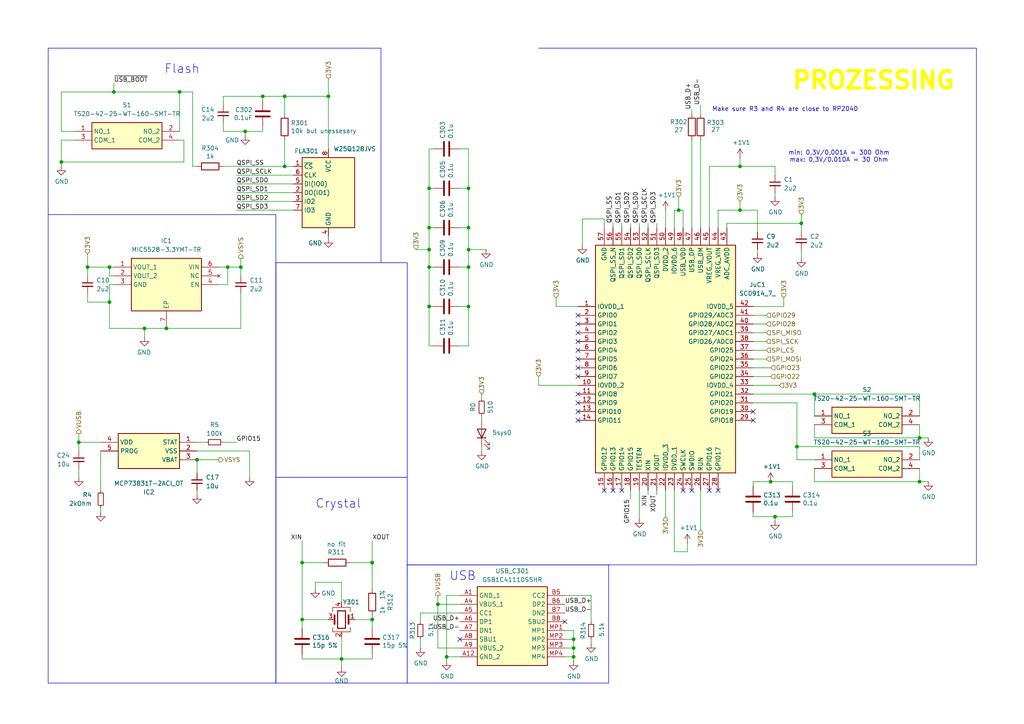
<source format=kicad_sch>
(kicad_sch (version 20231120) (generator "eeschema") (generator_version "8.0")
  (paper "A4")
  (junction (at 57.15 133.35))
  (junction (at 223.52 139.7))
  (junction (at 71.12 38.1))
  (junction (at 135.89 77.47))
  (junction (at 214.63 48.26))
  (junction (at 135.89 66.04))
  (junction (at 124.46 54.61))
  (junction (at 127 175.26))
  (junction (at 266.7 127))
  (junction (at 17.78 46.99))
  (junction (at 31.75 77.47))
  (junction (at 69.85 77.47))
  (junction (at 87.63 179.705))
  (junction (at 129.54 190.5))
  (junction (at 66.04 77.47))
  (junction (at 31.75 87.63))
  (junction (at 76.2 27.94))
  (junction (at 107.95 179.705))
  (junction (at 231.14 129.54))
  (junction (at 224.79 149.86))
  (junction (at 52.07 26.67))
  (junction (at 82.55 27.94))
  (junction (at 124.46 88.9))
  (junction (at 82.55 48.26))
  (junction (at 124.46 77.47))
  (junction (at 22.86 128.27))
  (junction (at 135.89 88.9))
  (junction (at 33.02 26.67))
  (junction (at 124.46 66.04))
  (junction (at 232.41 64.77))
  (junction (at 99.06 191.135))
  (junction (at 25.4 77.47))
  (junction (at 135.89 72.39))
  (junction (at 196.85 60.96))
  (junction (at 48.26 95.25))
  (junction (at 95.25 27.94))
  (junction (at 214.63 60.96))
  (junction (at 124.46 72.39))
  (junction (at 87.63 163.195))
  (junction (at 236.22 114.3))
  (junction (at 41.91 95.25))
  (junction (at 107.95 163.195))
  (junction (at 266.7 139.7))
  (junction (at 166.37 190.5))
  (junction (at 166.37 187.96))
  (junction (at 166.37 185.42))
  (junction (at 135.89 54.61))
  (no_connect (at 218.44 121.92))
  (no_connect (at 175.26 142.24))
  (no_connect (at 167.64 114.3))
  (no_connect (at 167.64 116.84))
  (no_connect (at 167.64 121.92))
  (no_connect (at 167.64 106.68))
  (no_connect (at 200.66 142.24))
  (no_connect (at 167.64 104.14))
  (no_connect (at 208.28 142.24))
  (no_connect (at 167.64 91.44))
  (no_connect (at 133.35 185.42))
  (no_connect (at 198.12 142.24))
  (no_connect (at 167.64 119.38))
  (no_connect (at 163.83 180.34))
  (no_connect (at 177.8 142.24))
  (no_connect (at 167.64 101.6))
  (no_connect (at 180.34 142.24))
  (no_connect (at 167.64 96.52))
  (no_connect (at 167.64 99.06))
  (no_connect (at 167.64 109.22))
  (no_connect (at 167.64 93.98))
  (no_connect (at 205.74 142.24))
  (no_connect (at 218.44 119.38))
  (wire (pts (xy 163.83 190.5) (xy 166.37 190.5)))
  (wire (pts (xy 121.92 187.96) (xy 121.92 185.42)))
  (wire (pts (xy 210.82 64.77) (xy 210.82 66.04)))
  (wire (pts (xy 29.21 142.24) (xy 29.21 130.81)))
  (wire (pts (xy 236.22 139.7) (xy 266.7 139.7)))
  (polyline (pts (xy 110.49 13.97) (xy 110.49 76.2)))
  (wire (pts (xy 133.35 190.5) (xy 129.54 190.5)))
  (wire (pts (xy 166.37 187.96) (xy 166.37 185.42)))
  (wire (pts (xy 87.63 179.705) (xy 87.63 182.245)))
  (wire (pts (xy 168.91 63.5) (xy 168.91 71.12)))
  (wire (pts (xy 190.5 64.77) (xy 190.5 66.04)))
  (wire (pts (xy 129.54 191.77) (xy 129.54 190.5)))
  (wire (pts (xy 205.74 48.26) (xy 205.74 66.04)))
  (wire (pts (xy 185.42 64.77) (xy 185.42 66.04)))
  (wire (pts (xy 218.44 139.7) (xy 223.52 139.7)))
  (wire (pts (xy 223.52 106.68) (xy 218.44 106.68)))
  (wire (pts (xy 195.58 142.24) (xy 195.58 160.02)))
  (wire (pts (xy 219.71 60.96) (xy 219.71 67.31)))
  (wire (pts (xy 82.55 48.26) (xy 85.09 48.26)))
  (wire (pts (xy 125.73 100.33) (xy 124.46 100.33)))
  (wire (pts (xy 99.06 168.91) (xy 91.44 168.91)))
  (wire (pts (xy 219.71 72.39) (xy 219.71 73.66)))
  (wire (pts (xy 166.37 190.5) (xy 166.37 187.96)))
  (wire (pts (xy 31.75 82.55) (xy 33.02 82.55)))
  (wire (pts (xy 124.46 72.39) (xy 124.46 77.47)))
  (wire (pts (xy 193.04 60.96) (xy 193.04 66.04)))
  (wire (pts (xy 231.14 116.84) (xy 231.14 129.54)))
  (wire (pts (xy 208.28 60.96) (xy 214.63 60.96)))
  (wire (pts (xy 87.63 191.135) (xy 99.06 191.135)))
  (wire (pts (xy 163.83 185.42) (xy 166.37 185.42)))
  (wire (pts (xy 21.59 38.1) (xy 17.78 38.1)))
  (wire (pts (xy 266.7 139.7) (xy 269.24 139.7)))
  (wire (pts (xy 266.7 135.89) (xy 266.7 139.7)))
  (wire (pts (xy 218.44 114.3) (xy 236.22 114.3)))
  (wire (pts (xy 232.41 72.39) (xy 232.41 74.93)))
  (wire (pts (xy 99.06 191.135) (xy 107.95 191.135)))
  (wire (pts (xy 232.41 64.77) (xy 232.41 67.31)))
  (wire (pts (xy 72.39 130.81) (xy 57.15 130.81)))
  (wire (pts (xy 139.7 130.81) (xy 139.7 129.54)))
  (wire (pts (xy 87.63 163.195) (xy 87.63 179.705)))
  (wire (pts (xy 156.21 111.76) (xy 167.64 111.76)))
  (wire (pts (xy 17.78 26.67) (xy 33.02 26.67)))
  (wire (pts (xy 76.2 29.21) (xy 76.2 27.94)))
  (wire (pts (xy 266.7 127) (xy 266.7 123.19)))
  (wire (pts (xy 17.78 40.64) (xy 17.78 46.99)))
  (wire (pts (xy 107.95 191.135) (xy 107.95 189.865)))
  (wire (pts (xy 95.25 27.94) (xy 95.25 43.18)))
  (wire (pts (xy 29.21 147.32) (xy 29.21 148.59)))
  (wire (pts (xy 222.25 101.6) (xy 218.44 101.6)))
  (wire (pts (xy 22.86 128.27) (xy 22.86 130.81)))
  (wire (pts (xy 133.35 54.61) (xy 135.89 54.61)))
  (wire (pts (xy 214.63 58.42) (xy 214.63 60.96)))
  (wire (pts (xy 133.35 43.18) (xy 135.89 43.18)))
  (wire (pts (xy 129.54 172.72) (xy 133.35 172.72)))
  (wire (pts (xy 161.29 88.9) (xy 167.64 88.9)))
  (wire (pts (xy 135.89 66.04) (xy 135.89 54.61)))
  (wire (pts (xy 107.95 179.705) (xy 107.95 182.245)))
  (wire (pts (xy 57.15 133.35) (xy 63.5 133.35)))
  (wire (pts (xy 135.89 72.39) (xy 140.97 72.39)))
  (wire (pts (xy 231.14 129.54) (xy 231.14 133.35)))
  (wire (pts (xy 229.87 140.97) (xy 229.87 139.7)))
  (wire (pts (xy 135.89 72.39) (xy 135.89 66.04)))
  (polyline (pts (xy 156.21 13.97) (xy 283.21 13.97)))
  (wire (pts (xy 135.89 72.39) (xy 135.89 77.47)))
  (wire (pts (xy 127 175.26) (xy 133.35 175.26)))
  (wire (pts (xy 214.63 48.26) (xy 224.79 48.26)))
  (wire (pts (xy 218.44 116.84) (xy 231.14 116.84)))
  (wire (pts (xy 224.79 149.86) (xy 229.87 149.86)))
  (wire (pts (xy 166.37 191.77) (xy 166.37 190.5)))
  (wire (pts (xy 185.42 150.495) (xy 185.42 142.24)))
  (wire (pts (xy 177.8 64.77) (xy 177.8 66.04)))
  (wire (pts (xy 203.2 40.64) (xy 203.2 66.04)))
  (wire (pts (xy 266.7 129.54) (xy 266.7 133.35)))
  (wire (pts (xy 33.02 24.13) (xy 33.02 26.67)))
  (wire (pts (xy 69.85 95.25) (xy 48.26 95.25)))
  (wire (pts (xy 85.09 60.96) (xy 68.58 60.96)))
  (wire (pts (xy 124.46 66.04) (xy 124.46 72.39)))
  (wire (pts (xy 107.95 170.815) (xy 107.95 163.195)))
  (wire (pts (xy 203.2 142.24) (xy 203.2 153.67)))
  (wire (pts (xy 82.55 27.94) (xy 95.25 27.94)))
  (wire (pts (xy 133.35 100.33) (xy 135.89 100.33)))
  (wire (pts (xy 222.25 104.14) (xy 218.44 104.14)))
  (wire (pts (xy 156.21 109.22) (xy 156.21 111.76)))
  (wire (pts (xy 25.4 73.66) (xy 25.4 77.47)))
  (wire (pts (xy 127 172.72) (xy 127 175.26)))
  (wire (pts (xy 69.85 85.09) (xy 69.85 95.25)))
  (wire (pts (xy 31.75 82.55) (xy 31.75 87.63)))
  (wire (pts (xy 48.26 95.25) (xy 41.91 95.25)))
  (wire (pts (xy 22.86 128.27) (xy 29.21 128.27)))
  (wire (pts (xy 269.24 127) (xy 266.7 127)))
  (wire (pts (xy 200.66 31.75) (xy 200.66 33.02)))
  (wire (pts (xy 125.73 88.9) (xy 124.46 88.9)))
  (wire (pts (xy 55.88 48.26) (xy 57.15 48.26)))
  (wire (pts (xy 85.09 53.34) (xy 68.58 53.34)))
  (wire (pts (xy 99.06 193.675) (xy 99.06 191.135)))
  (wire (pts (xy 25.4 77.47) (xy 31.75 77.47)))
  (wire (pts (xy 124.46 54.61) (xy 124.46 43.18)))
  (wire (pts (xy 66.04 77.47) (xy 69.85 77.47)))
  (wire (pts (xy 135.89 77.47) (xy 135.89 88.9)))
  (wire (pts (xy 227.33 88.9) (xy 218.44 88.9)))
  (wire (pts (xy 231.14 129.54) (xy 266.7 129.54)))
  (wire (pts (xy 64.77 35.56) (xy 64.77 38.1)))
  (wire (pts (xy 166.37 182.88) (xy 163.83 182.88)))
  (wire (pts (xy 66.04 82.55) (xy 66.04 77.47)))
  (wire (pts (xy 17.78 40.64) (xy 21.59 40.64)))
  (wire (pts (xy 53.34 46.99) (xy 17.78 46.99)))
  (wire (pts (xy 87.63 156.845) (xy 87.63 163.195)))
  (wire (pts (xy 133.35 66.04) (xy 135.89 66.04)))
  (wire (pts (xy 102.87 179.705) (xy 107.95 179.705)))
  (wire (pts (xy 127 187.96) (xy 133.35 187.96)))
  (wire (pts (xy 224.79 55.88) (xy 224.79 57.15)))
  (wire (pts (xy 187.96 142.24) (xy 187.96 143.51)))
  (wire (pts (xy 182.88 64.77) (xy 182.88 66.04)))
  (wire (pts (xy 31.75 80.01) (xy 33.02 80.01)))
  (wire (pts (xy 72.39 138.43) (xy 72.39 130.81)))
  (wire (pts (xy 82.55 33.02) (xy 82.55 27.94)))
  (wire (pts (xy 229.87 149.86) (xy 229.87 148.59)))
  (wire (pts (xy 68.58 128.27) (xy 64.77 128.27)))
  (polyline (pts (xy 283.21 13.97) (xy 283.21 163.83)))
  (wire (pts (xy 210.82 64.77) (xy 232.41 64.77)))
  (wire (pts (xy 166.37 185.42) (xy 166.37 182.88)))
  (wire (pts (xy 57.15 128.27) (xy 59.69 128.27)))
  (wire (pts (xy 135.89 54.61) (xy 135.89 43.18)))
  (wire (pts (xy 87.63 191.135) (xy 87.63 189.865)))
  (wire (pts (xy 214.63 60.96) (xy 219.71 60.96)))
  (wire (pts (xy 195.58 60.96) (xy 196.85 60.96)))
  (wire (pts (xy 76.2 38.1) (xy 76.2 36.83)))
  (wire (pts (xy 33.02 26.67) (xy 52.07 26.67)))
  (wire (pts (xy 125.73 54.61) (xy 124.46 54.61)))
  (polyline (pts (xy 13.97 13.97) (xy 110.49 13.97)))
  (wire (pts (xy 196.85 57.15) (xy 196.85 60.96)))
  (wire (pts (xy 71.12 38.1) (xy 76.2 38.1)))
  (wire (pts (xy 195.58 160.02) (xy 199.39 160.02)))
  (wire (pts (xy 224.79 48.26) (xy 224.79 50.8)))
  (wire (pts (xy 171.45 172.72) (xy 171.45 180.34)))
  (polyline (pts (xy 13.97 62.23) (xy 13.97 13.97)))
  (wire (pts (xy 222.25 99.06) (xy 218.44 99.06)))
  (wire (pts (xy 31.75 87.63) (xy 25.4 87.63)))
  (wire (pts (xy 163.83 187.96) (xy 166.37 187.96)))
  (wire (pts (xy 64.77 48.26) (xy 82.55 48.26)))
  (wire (pts (xy 168.91 63.5) (xy 175.26 63.5)))
  (wire (pts (xy 64.77 27.94) (xy 64.77 30.48)))
  (wire (pts (xy 95.25 69.215) (xy 95.25 68.58)))
  (wire (pts (xy 200.66 40.64) (xy 200.66 66.04)))
  (wire (pts (xy 125.73 66.04) (xy 124.46 66.04)))
  (wire (pts (xy 223.52 139.7) (xy 229.87 139.7)))
  (wire (pts (xy 63.5 77.47) (xy 66.04 77.47)))
  (wire (pts (xy 208.28 60.96) (xy 208.28 66.04)))
  (wire (pts (xy 163.83 172.72) (xy 171.45 172.72)))
  (wire (pts (xy 195.58 60.96) (xy 195.58 66.04)))
  (wire (pts (xy 76.2 27.94) (xy 64.77 27.94)))
  (wire (pts (xy 236.22 123.19) (xy 236.22 127)))
  (wire (pts (xy 133.35 77.47) (xy 135.89 77.47)))
  (wire (pts (xy 57.15 143.51) (xy 57.15 142.24)))
  (wire (pts (xy 231.14 133.35) (xy 236.22 133.35)))
  (wire (pts (xy 63.5 82.55) (xy 66.04 82.55)))
  (wire (pts (xy 218.44 109.22) (xy 223.52 109.22)))
  (wire (pts (xy 161.29 86.36) (xy 161.29 88.9)))
  (wire (pts (xy 227.33 86.36) (xy 227.33 88.9)))
  (wire (pts (xy 125.73 43.18) (xy 124.46 43.18)))
  (wire (pts (xy 124.46 66.04) (xy 124.46 54.61)))
  (wire (pts (xy 129.54 190.5) (xy 129.54 172.72)))
  (wire (pts (xy 41.91 95.25) (xy 41.91 97.79)))
  (wire (pts (xy 182.88 144.78) (xy 182.88 142.24)))
  (wire (pts (xy 69.85 74.93) (xy 69.85 77.47)))
  (wire (pts (xy 55.88 26.67) (xy 52.07 26.67)))
  (wire (pts (xy 125.73 77.47) (xy 124.46 77.47)))
  (wire (pts (xy 232.41 62.23) (xy 232.41 64.77)))
  (wire (pts (xy 139.7 120.65) (xy 139.7 121.92)))
  (wire (pts (xy 71.12 38.1) (xy 71.12 39.37)))
  (wire (pts (xy 17.78 38.1) (xy 17.78 26.67)))
  (wire (pts (xy 107.95 156.845) (xy 107.95 163.195)))
  (wire (pts (xy 218.44 149.86) (xy 224.79 149.86)))
  (wire (pts (xy 31.75 87.63) (xy 31.75 95.25)))
  (wire (pts (xy 214.63 48.26) (xy 214.63 45.72)))
  (wire (pts (xy 218.44 111.76) (xy 226.06 111.76)))
  (wire (pts (xy 64.77 38.1) (xy 71.12 38.1)))
  (wire (pts (xy 187.96 64.77) (xy 187.96 66.04)))
  (wire (pts (xy 236.22 135.89) (xy 236.22 139.7)))
  (wire (pts (xy 218.44 148.59) (xy 218.44 149.86)))
  (wire (pts (xy 236.22 114.3) (xy 266.7 114.3)))
  (wire (pts (xy 22.86 138.43) (xy 22.86 135.89)))
  (wire (pts (xy 107.95 179.705) (xy 107.95 178.435)))
  (wire (pts (xy 53.34 40.64) (xy 53.34 46.99)))
  (wire (pts (xy 85.09 55.88) (xy 68.58 55.88)))
  (wire (pts (xy 199.39 157.48) (xy 199.39 160.02)))
  (wire (pts (xy 41.91 95.25) (xy 31.75 95.25)))
  (wire (pts (xy 135.89 88.9) (xy 135.89 100.33)))
  (wire (pts (xy 107.95 163.195) (xy 101.6 163.195)))
  (wire (pts (xy 93.98 163.195) (xy 87.63 163.195)))
  (wire (pts (xy 55.88 26.67) (xy 55.88 48.26)))
  (wire (pts (xy 99.06 191.135) (xy 99.06 184.785)))
  (wire (pts (xy 85.09 58.42) (xy 68.58 58.42)))
  (wire (pts (xy 171.45 185.42) (xy 171.45 186.69)))
  (wire (pts (xy 133.35 88.9) (xy 135.89 88.9)))
  (wire (pts (xy 222.25 91.44) (xy 218.44 91.44)))
  (wire (pts (xy 222.25 93.98) (xy 218.44 93.98)))
  (wire (pts (xy 76.2 27.94) (xy 82.55 27.94)))
  (wire (pts (xy 193.04 142.24) (xy 193.04 149.86)))
  (wire (pts (xy 25.4 77.47) (xy 25.4 80.01)))
  (wire (pts (xy 95.25 22.86) (xy 95.25 27.94)))
  (wire (pts (xy 91.44 168.91) (xy 91.44 170.815)))
  (wire (pts (xy 222.25 96.52) (xy 218.44 96.52)))
  (wire (pts (xy 120.65 72.39) (xy 124.46 72.39)))
  (wire (pts (xy 57.15 137.16) (xy 57.15 133.35)))
  (wire (pts (xy 99.06 174.625) (xy 99.06 168.91)))
  (wire (pts (xy 190.5 143.51) (xy 190.5 142.24)))
  (wire (pts (xy 198.12 60.96) (xy 198.12 66.04)))
  (wire (pts (xy 218.44 140.97) (xy 218.44 139.7)))
  (wire (pts (xy 139.7 114.3) (xy 139.7 115.57)))
  (wire (pts (xy 203.2 30.48) (xy 203.2 33.02)))
  (wire (pts (xy 25.4 85.09) (xy 25.4 87.63)))
  (wire (pts (xy 121.92 177.8) (xy 121.92 180.34)))
  (wire (pts (xy 127 175.26) (xy 127 187.96)))
  (wire (pts (xy 224.79 149.86) (xy 224.79 151.13)))
  (wire (pts (xy 180.34 64.77) (xy 180.34 66.04)))
  (wire (pts (xy 124.46 88.9) (xy 124.46 77.47)))
  (wire (pts (xy 196.85 60.96) (xy 198.12 60.96)))
  (wire (pts (xy 17.78 48.26) (xy 17.78 46.99)))
  (wire (pts (xy 68.58 50.8) (xy 85.09 50.8)))
  (wire (pts (xy 124.46 100.33) (xy 124.46 88.9)))
  (wire (pts (xy 69.85 77.47) (xy 69.85 80.01)))
  (wire (pts (xy 22.86 125.73) (xy 22.86 128.27)))
  (wire (pts (xy 175.26 63.5) (xy 175.26 66.04)))
  (wire (pts (xy 205.74 48.26) (xy 214.63 48.26)))
  (wire (pts (xy 236.22 127) (xy 266.7 127)))
  (wire (pts (xy 31.75 77.47) (xy 31.75 80.01)))
  (polyline (pts (xy 118.11 163.83) (xy 283.21 163.83)))
  (wire (pts (xy 266.7 114.3) (xy 266.7 120.65)))
  (wire (pts (xy 82.55 40.64) (xy 82.55 48.26)))
  (wire (pts (xy 53.34 40.64) (xy 52.07 40.64)))
  (wire (pts (xy 31.75 77.47) (xy 33.02 77.47)))
  (wire (pts (xy 236.22 114.3) (xy 236.22 120.65)))
  (wire (pts (xy 52.07 26.67) (xy 52.07 38.1)))
  (wire (pts (xy 87.63 179.705) (xy 95.25 179.705)))
  (wire (pts (xy 121.92 177.8) (xy 133.35 177.8)))
  (rectangle (start 80.01 76.2) (end 118.11 138.43))
  (rectangle (start 80.01 138.43) (end 118.11 198.12))
  (rectangle (start 13.97 62.23) (end 80.01 198.12))
  (rectangle (start 118.11 163.83) (end 176.53 198.12))
  (text "min: 0,3V/0,001A = 300 Ohm\nmax: 0,3V/0.010A = 30 Ohm" (at 243.332 45.466 0) (effects (font (size 1.27 1.27))))
  (text "Crystal" (at 91.44 147.701 0) (effects (font (size 2.54 2.54)) (justify left bottom)))
  (text "Flash" (at 47.625 21.59 0) (effects (font (size 2.54 2.54)) (justify left bottom)))
  (text "USB" (at 130.302 168.656 0) (effects (font (size 2.54 2.54)) (justify left bottom)))
  (text "Make sure R3 and R4 are close to RP2040" (at 248.92 32.512 0) (effects (font (size 1.27 1.27)) (justify right bottom)))
  (text "PROZESSING" (at 229.362 26.416 0) (effects (font (size 5 5) (thickness 1) (bold yes)) (justify left bottom)))
  (label "QSPI_SS" (at 177.8 64.77 90))
  (label "USB_D+" (at 133.35 180.34 180))
  (label "QSPI_SD3" (at 68.58 60.96 0))
  (label "XOUT" (at 190.5 143.51 270))
  (label "QSPI_SS" (at 68.58 48.26 0))
  (label "QSPI_SD0" (at 68.58 53.34 0))
  (label "QSPI_SCLK" (at 187.96 64.77 90))
  (label "QSPI_SCLK" (at 68.58 50.8 0))
  (label "XIN" (at 87.63 156.845 180))
  (label "QSPI_SD0" (at 185.42 64.77 90))
  (label "GPIO15" (at 68.58 128.27 0))
  (label "XOUT" (at 107.95 156.845 0))
  (label "USB_D-" (at 203.2 30.48 90))
  (label "~{USB_BOOT}" (at 33.02 24.13 0))
  (label "QSPI_SD1" (at 180.34 64.77 90))
  (label "XIN" (at 187.96 143.51 270))
  (label "USB_D+" (at 163.83 175.26 0))
  (label "GPIO15" (at 182.88 144.78 270))
  (label "QSPI_SD2" (at 182.88 64.77 90))
  (label "USB_D+" (at 200.66 31.75 90))
  (label "USB_D-" (at 163.83 177.8 0))
  (label "QSPI_SD3" (at 190.5 64.77 90))
  (label "USB_D-" (at 133.35 182.88 180))
  (label "QSPI_SD1" (at 68.58 55.88 0))
  (label "QSPI_SD2" (at 68.58 58.42 0))
  (hierarchical_label "SPI_SCK" (shape input) (at 222.25 99.06 0))
  (hierarchical_label "GPIO23" (shape input) (at 223.52 106.68 0))
  (hierarchical_label "3V3" (shape input) (at 95.25 22.86 90))
  (hierarchical_label "3V3" (shape input) (at 226.06 111.76 0))
  (hierarchical_label "3V3" (shape input) (at 161.29 86.36 90))
  (hierarchical_label "3V3" (shape input) (at 227.33 86.36 90))
  (hierarchical_label "VUSB" (shape output) (at 127 172.72 90))
  (hierarchical_label "3V3" (shape input) (at 214.63 58.42 90))
  (hierarchical_label "VSYS" (shape output) (at 69.85 74.93 90))
  (hierarchical_label "3V3" (shape input) (at 232.41 62.23 90))
  (hierarchical_label "GPIO28" (shape input) (at 222.25 93.98 0))
  (hierarchical_label "3V3" (shape input) (at 156.21 109.22 90))
  (hierarchical_label "GPIO22" (shape input) (at 223.52 109.22 0))
  (hierarchical_label "3V3" (shape input) (at 139.7 114.3 90))
  (hierarchical_label "SPI_MOSI" (shape input) (at 222.25 104.14 0))
  (hierarchical_label "3V3" (shape input) (at 25.4 73.66 90))
  (hierarchical_label "SPI_MISO" (shape input) (at 222.25 96.52 0))
  (hierarchical_label "3V3" (shape input) (at 193.04 149.86 270))
  (hierarchical_label "3V3" (shape input) (at 203.2 153.67 270))
  (hierarchical_label "SPI_CS" (shape input) (at 222.25 101.6 0))
  (hierarchical_label "3V3" (shape input) (at 120.65 72.39 90))
  (hierarchical_label "VSYS" (shape output) (at 63.5 133.35 0))
  (hierarchical_label "GPIO29" (shape input) (at 222.25 91.44 0))
  (hierarchical_label "VUSB" (shape output) (at 22.86 125.73 90))
  (hierarchical_label "3V3" (shape input) (at 196.85 57.15 90))
  (symbol (lib_id "SamacSys_Parts:TS20-42-25-WT-160-SMT-TR") (at 236.22 133.35 0) (unit 1)
    (property "Reference" "S3" (at 251.46 125.73 0))
    (property "Value" "TS20-42-25-WT-160-SMT-TR" (at 251.46 128.27 0))
    (property "Footprint" "SamacSys_Parts:TS204225WT160SMTTR" (effects (hide yes)))
    (property "Datasheet" "https://www.cuidevices.com/product/resource/ts20.pdf" (effects (hide yes)))
    (property "Description" "Tactile Switches 4.2 x 3.2 mm, 2.5 mm Actuator Height, 160 gf, White, Surface Mount, TR, SPST, Tactile Switch" (effects (hide yes)))
    (property "Height" "2.7" (effects (hide yes)))
    (property "Mouser Part Number" "179-TS204225WT160SMT" (effects (hide yes)))
    (property "Mouser Price/Stock" "https://www.mouser.co.uk/ProductDetail/CUI-Devices/TS20-42-25-WT-160-SMT-TR?qs=tlsG%2FOw5FFiXbig16X7ymQ%3D%3D" (effects (hide yes)))
    (property "Manufacturer_Name" "CUI Devices" (effects (hide yes)))
    (property "Manufacturer_Part_Number" "TS20-42-25-WT-160-SMT-TR" (effects (hide yes)))
  )
  (symbol (lib_id "SymbolsBalloonv4:GND") (at 185.42 150.495 0) (unit 1)
    (property "Reference" "#PWR0319" (effects (hide yes)))
    (property "Value" "GND" (at 185.547 154.8892 0))
    (property "Description" "Power symbol creates a global label with name \"GND\" , ground" (effects (hide yes)))
  )
  (symbol (lib_id "power:GND") (at 72.39 138.43 0) (unit 1)
    (property "Reference" "#PWR010" (effects (hide yes)))
    (property "Value" "GND" (effects (hide yes)))
  )
  (symbol (lib_id "SamacSys_Parts:MIC5528-3.3YMT-TR") (at 33.02 77.47 0) (unit 1)
    (property "Reference" "IC1" (at 48.26 69.85 0))
    (property "Value" "MIC5528-3.3YMT-TR" (at 48.26 72.39 0))
    (property "Footprint" "SamacSys_Parts:SON40P120X120X60-7N-D" (effects (hide yes)))
    (property "Datasheet" "https://ww1.microchip.com/downloads/en/DeviceDoc/MIC5528-High-Performance-500mA-LDO-in-Thin-and-Extra-Thin-DFN-Packages-DS20005982B.pdf" (effects (hide yes)))
    (property "Description" "Microchip Technology MIC5528-3.3YMT-TR, LDO Voltage Regulator Controller, 500mA, 3.3 V, +/-3% 6-Pin, TDFN" (effects (hide yes)))
    (property "Height" "0.6" (effects (hide yes)))
    (property "Mouser Part Number" "998-MIC5528-3.3YMTTR" (effects (hide yes)))
    (property "Mouser Price/Stock" "https://www.mouser.co.uk/ProductDetail/Microchip-Technology/MIC5528-3.3YMT-TR?qs=U6T8BxXiZAXEO0XtzncCuQ%3D%3D" (effects (hide yes)))
    (property "Manufacturer_Name" "Microchip" (effects (hide yes)))
    (property "Manufacturer_Part_Number" "MIC5528-3.3YMT-TR" (effects (hide yes)))
  )
  (symbol (lib_id "SymbolsBalloonv4:C") (at 129.54 100.33 90) (unit 1)
    (property "Reference" "C311" (at 128.3716 97.409 0) (effects (justify left)))
    (property "Value" "0.1u" (at 130.683 97.409 0) (effects (justify left)))
    (property "Footprint" "Capacitor_SMD:C_0402_1005Metric_Pad0.74x0.62mm_HandSolder" (effects (hide yes)))
    (property "Description" "Unpolarized capacitor" (effects (hide yes)))
  )
  (symbol (lib_id "SymbolsBalloonv4:C") (at 229.87 144.78 0) (unit 1)
    (property "Reference" "C314" (at 232.791 143.6116 0) (effects (justify left)))
    (property "Value" "0.1u" (at 232.791 145.923 0) (effects (justify left)))
    (property "Footprint" "Capacitor_SMD:C_0402_1005Metric_Pad0.74x0.62mm_HandSolder" (effects (hide yes)))
    (property "Description" "Unpolarized capacitor" (effects (hide yes)))
  )
  (symbol (lib_id "SymbolsBalloonv4:R") (at 107.95 174.625 180) (unit 1)
    (property "Reference" "R312" (at 113.2078 174.625 90))
    (property "Value" "1k  1%" (at 110.8964 174.625 90))
    (property "Footprint" "Resistor_SMD:R_0603_1608Metric_Pad0.98x0.95mm_HandSolder" (effects (hide yes)))
    (property "Description" "Resistor" (effects (hide yes)))
  )
  (symbol (lib_id "Device:C_Small") (at 219.71 69.85 0) (unit 1)
    (property "Reference" "C9" (at 222.25 68.5862 0) (effects (justify left)))
    (property "Value" "2u2" (at 222.25 71.1262 0) (effects (justify left)))
    (property "Footprint" "SamacSys_Parts:CAPC1608X90N" (effects (hide yes)))
    (property "Description" "Unpolarized capacitor, small symbol" (effects (hide yes)))
    (property "Height" "0.9" (effects (hide yes)))
    (property "Mouser Part Number" "963-LMK107BJ225KA-T" (effects (hide yes)))
    (property "Mouser Price/Stock" "https://www.mouser.co.uk/ProductDetail/TAIYO-YUDEN/LMK107BJ225KA-T?qs=PzICbMaShUe4zNAgzYNEdQ%3D%3D" (effects (hide yes)))
    (property "Manufacturer_Name" "TAIYO YUDEN" (effects (hide yes)))
    (property "Manufacturer_Part_Number" "LMK107BJ225KA-T" (effects (hide yes)))
  )
  (symbol (lib_id "Device:R_Small") (at 29.21 144.78 0) (mirror x) (unit 1)
    (property "Reference" "R4" (at 26.67 143.5099 0) (effects (justify right)))
    (property "Value" "2kOhm" (at 26.67 146.0499 0) (effects (justify right)))
    (property "Footprint" "Resistor_SMD:R_0603_1608Metric_Pad0.98x0.95mm_HandSolder" (effects (hide yes)))
    (property "Description" "Resistor, small symbol" (effects (hide yes)))
  )
  (symbol (lib_id "SymbolsBalloonv4:R") (at 60.96 48.26 270) (unit 1)
    (property "Reference" "R304" (at 60.96 43.0022 90))
    (property "Value" "1k" (at 60.96 45.3136 90))
    (property "Footprint" "Resistor_SMD:R_0603_1608Metric_Pad0.98x0.95mm_HandSolder" (effects (hide yes)))
    (property "Description" "Resistor" (effects (hide yes)))
  )
  (symbol (lib_id "SymbolsBalloonv4:C") (at 129.54 77.47 90) (unit 1)
    (property "Reference" "C309" (at 128.3716 74.549 0) (effects (justify left)))
    (property "Value" "0.1u" (at 130.683 74.549 0) (effects (justify left)))
    (property "Footprint" "Capacitor_SMD:C_0402_1005Metric_Pad0.74x0.62mm_HandSolder" (effects (hide yes)))
    (property "Description" "Unpolarized capacitor" (effects (hide yes)))
  )
  (symbol (lib_id "SymbolsBalloonv4:GND") (at 219.71 73.66 0) (unit 1)
    (property "Reference" "#PWR0309" (effects (hide yes)))
    (property "Value" "GND" (at 219.837 78.0542 0))
    (property "Description" "Power symbol creates a global label with name \"GND\" , ground" (effects (hide yes)))
  )
  (symbol (lib_id "SymbolsBalloonv4:GND") (at 269.24 127 0) (unit 1)
    (property "Reference" "#PWR014" (effects (hide yes)))
    (property "Value" "GND" (at 269.367 131.3942 0))
    (property "Description" "Power symbol creates a global label with name \"GND\" , ground" (effects (hide yes)))
  )
  (symbol (lib_id "SymbolsBalloonv4:C") (at 129.54 54.61 90) (unit 1)
    (property "Reference" "C305" (at 128.3716 51.689 0) (effects (justify left)))
    (property "Value" "0.1u" (at 130.683 51.689 0) (effects (justify left)))
    (property "Footprint" "Capacitor_SMD:C_0402_1005Metric_Pad0.74x0.62mm_HandSolder" (effects (hide yes)))
    (property "Description" "Unpolarized capacitor" (effects (hide yes)))
  )
  (symbol (lib_id "SymbolsBalloonv4:GND") (at 121.92 187.96 0) (unit 1)
    (property "Reference" "#PWR0326" (effects (hide yes)))
    (property "Value" "GND" (at 122.047 192.3542 0))
    (property "Description" "Power symbol creates a global label with name \"GND\" , ground" (effects (hide yes)))
  )
  (symbol (lib_id "Device:C_Small") (at 69.85 82.55 0) (unit 1)
    (property "Reference" "C11" (at 72.39 81.2862 0) (effects (justify left)))
    (property "Value" "2u2" (at 72.39 83.8262 0) (effects (justify left)))
    (property "Footprint" "SamacSys_Parts:CAPC1608X90N" (effects (hide yes)))
    (property "Description" "Unpolarized capacitor, small symbol" (effects (hide yes)))
    (property "Height" "0.9" (effects (hide yes)))
    (property "Mouser Part Number" "963-LMK107BJ225KA-T" (effects (hide yes)))
    (property "Mouser Price/Stock" "https://www.mouser.co.uk/ProductDetail/TAIYO-YUDEN/LMK107BJ225KA-T?qs=PzICbMaShUe4zNAgzYNEdQ%3D%3D" (effects (hide yes)))
    (property "Manufacturer_Name" "TAIYO YUDEN" (effects (hide yes)))
    (property "Manufacturer_Part_Number" "LMK107BJ225KA-T" (effects (hide yes)))
  )
  (symbol (lib_id "SymbolsBalloonv4:GND") (at 269.24 139.7 0) (unit 1)
    (property "Reference" "#PWR015" (effects (hide yes)))
    (property "Value" "GND" (at 269.367 144.0942 0))
    (property "Description" "Power symbol creates a global label with name \"GND\" , ground" (effects (hide yes)))
  )
  (symbol (lib_id "SymbolsBalloonv4:R") (at 97.79 163.195 90) (unit 1)
    (property "Reference" "R311" (at 97.536 160.1724 90))
    (property "Value" "no fit" (at 97.536 157.861 90))
    (property "Footprint" "Resistor_SMD:R_0402_1005Metric_Pad0.72x0.64mm_HandSolder" (effects (hide yes)))
    (property "Description" "Resistor" (effects (hide yes)))
  )
  (symbol (lib_id "Device:C_Small") (at 57.15 139.7 0) (unit 1)
    (property "Reference" "C17" (at 59.69 138.4362 0) (effects (justify left)))
    (property "Value" "10u" (at 59.69 140.9762 0) (effects (justify left)))
    (property "Footprint" "SamacSys_Parts:CAPC1608X50N" (effects (hide yes)))
    (property "Description" "Unpolarized capacitor, small symbol" (effects (hide yes)))
    (property "Height" "0.5" (effects (hide yes)))
    (property "Mouser Part Number" "963-JMK107ABJ106MA-T" (effects (hide yes)))
    (property "Mouser Price/Stock" "https://www.mouser.co.uk/ProductDetail/Taiyo-Yuden/JMK107ABJ106MA-T?qs=vF%252B8ahGVilcKzRI4EvLHOA%3D%3D" (effects (hide yes)))
    (property "Manufacturer_Name" "TAIYO YUDEN" (effects (hide yes)))
    (property "Manufacturer_Part_Number" "JMK107ABJ106MA-T" (effects (hide yes)))
  )
  (symbol (lib_id "SymbolsBalloonv4:C") (at 129.54 43.18 90) (unit 1)
    (property "Reference" "C303" (at 128.3716 40.259 0) (effects (justify left)))
    (property "Value" "0.1u" (at 130.683 40.259 0) (effects (justify left)))
    (property "Footprint" "Capacitor_SMD:C_0402_1005Metric_Pad0.74x0.62mm_HandSolder" (effects (hide yes)))
    (property "Description" "Unpolarized capacitor" (effects (hide yes)))
  )
  (symbol (lib_id "SamacSys_Parts:TS20-42-25-WT-160-SMT-TR") (at 236.22 120.65 0) (unit 1)
    (property "Reference" "S2" (at 251.46 113.03 0))
    (property "Value" "TS20-42-25-WT-160-SMT-TR" (at 251.46 115.57 0))
    (property "Footprint" "SamacSys_Parts:TS204225WT160SMTTR" (effects (hide yes)))
    (property "Datasheet" "https://www.cuidevices.com/product/resource/ts20.pdf" (effects (hide yes)))
    (property "Description" "Tactile Switches 4.2 x 3.2 mm, 2.5 mm Actuator Height, 160 gf, White, Surface Mount, TR, SPST, Tactile Switch" (effects (hide yes)))
    (property "Height" "2.7" (effects (hide yes)))
    (property "Mouser Part Number" "179-TS204225WT160SMT" (effects (hide yes)))
    (property "Mouser Price/Stock" "https://www.mouser.co.uk/ProductDetail/CUI-Devices/TS20-42-25-WT-160-SMT-TR?qs=tlsG%2FOw5FFiXbig16X7ymQ%3D%3D" (effects (hide yes)))
    (property "Manufacturer_Name" "CUI Devices" (effects (hide yes)))
    (property "Manufacturer_Part_Number" "TS20-42-25-WT-160-SMT-TR" (effects (hide yes)))
  )
  (symbol (lib_id "SymbolsBalloonv4:R") (at 82.55 36.83 0) (unit 1)
    (property "Reference" "R301" (at 84.328 35.6616 0) (effects (justify left)))
    (property "Value" "10k but unessesary" (at 84.328 37.973 0) (effects (justify left)))
    (property "Footprint" "Resistor_SMD:R_0603_1608Metric_Pad0.98x0.95mm_HandSolder" (effects (hide yes)))
    (property "Description" "Resistor" (effects (hide yes)))
  )
  (symbol (lib_id "SymbolsBalloonv4:R_Small") (at 139.7 118.11 180) (unit 1)
    (property "Reference" "R0" (at 137.16 118.11 90))
    (property "Value" "510" (at 142.24 118.11 90))
    (property "Footprint" "Resistor_SMD:R_0603_1608Metric_Pad0.98x0.95mm_HandSolder" (effects (hide yes)))
    (property "Description" "Resistor, small symbol" (effects (hide yes)))
  )
  (symbol (lib_id "SymbolsBalloonv4:GSB1C41110SSHR") (at 133.35 172.72 0) (unit 1)
    (property "Reference" "USB_C301" (at 148.59 165.608 0))
    (property "Value" "GSB1C41110SSHR" (at 148.59 168.148 0))
    (property "Footprint" "SamacSys_Parts:GSB1C41110SSHR" (effects (hide yes)))
    (property "Datasheet" "https://cdn.amphenol-cs.com/media/wysiwyg/files/drawing/gsb1c41x10sshr-ax1.pdf" (effects (hide yes)))
    (property "Description" "USB2.0, Type C, Top mount, Center Height 1.63mm, Single Row Surface Mount" (effects (hide yes)))
    (property "Height" "3.41" (effects (hide yes)))
    (property "Manufacturer_Name" "Amphenol Communications Solutions" (effects (hide yes)))
    (property "Manufacturer_Part_Number" "GSB1C41110SSHR" (effects (hide yes)))
  )
  (symbol (lib_id "SymbolsBalloonv4:C") (at 218.44 144.78 0) (unit 1)
    (property "Reference" "C313" (at 221.361 143.6116 0) (effects (justify left)))
    (property "Value" "0.1u" (at 221.361 145.923 0) (effects (justify left)))
    (property "Footprint" "Capacitor_SMD:C_0402_1005Metric_Pad0.74x0.62mm_HandSolder" (effects (hide yes)))
    (property "Description" "Unpolarized capacitor" (effects (hide yes)))
  )
  (symbol (lib_id "Device:C_Small") (at 232.41 69.85 0) (unit 1)
    (property "Reference" "C2" (at 234.95 68.5862 0) (effects (justify left)))
    (property "Value" "2u2" (at 234.95 71.1262 0) (effects (justify left)))
    (property "Footprint" "SamacSys_Parts:CAPC1608X90N" (effects (hide yes)))
    (property "Description" "Unpolarized capacitor, small symbol" (effects (hide yes)))
    (property "Height" "0.9" (effects (hide yes)))
    (property "Mouser Part Number" "963-LMK107BJ225KA-T" (effects (hide yes)))
    (property "Mouser Price/Stock" "https://www.mouser.co.uk/ProductDetail/TAIYO-YUDEN/LMK107BJ225KA-T?qs=PzICbMaShUe4zNAgzYNEdQ%3D%3D" (effects (hide yes)))
    (property "Manufacturer_Name" "TAIYO YUDEN" (effects (hide yes)))
    (property "Manufacturer_Part_Number" "LMK107BJ225KA-T" (effects (hide yes)))
  )
  (symbol (lib_id "SymbolsBalloonv4:GND") (at 140.97 72.39 0) (unit 1)
    (property "Reference" "#PWR0308" (effects (hide yes)))
    (property "Value" "GND" (at 141.097 76.7842 0))
    (property "Description" "Power symbol creates a global label with name \"GND\" , ground" (effects (hide yes)))
  )
  (symbol (lib_id "SymbolsBalloonv4:GND") (at 41.91 97.79 0) (mirror y) (unit 1)
    (property "Reference" "#PWR016" (effects (hide yes)))
    (property "Value" "GND" (at 41.783 102.1842 0))
    (property "Description" "Power symbol creates a global label with name \"GND\" , ground" (effects (hide yes)))
  )
  (symbol (lib_id "SymbolsBalloonv4:GND") (at 129.54 191.77 0) (unit 1)
    (property "Reference" "#PWR0327" (effects (hide yes)))
    (property "Value" "GND" (at 129.667 196.1642 0))
    (property "Description" "Power symbol creates a global label with name \"GND\" , ground" (effects (hide yes)))
  )
  (symbol (lib_id "SymbolsBalloonv4:GND") (at 232.41 74.93 0) (unit 1)
    (property "Reference" "#PWR0310" (effects (hide yes)))
    (property "Value" "GND" (at 232.537 79.3242 0))
    (property "Description" "Power symbol creates a global label with name \"GND\" , ground" (effects (hide yes)))
  )
  (symbol (lib_id "SymbolsBalloonv4:C") (at 87.63 186.055 0) (unit 1)
    (property "Reference" "C316" (at 90.551 184.8866 0) (effects (justify left)))
    (property "Value" "15p 5%" (at 90.551 187.198 0) (effects (justify left)))
    (property "Footprint" "Capacitor_SMD:C_0402_1005Metric_Pad0.74x0.62mm_HandSolder" (effects (hide yes)))
    (property "Description" "Unpolarized capacitor" (effects (hide yes)))
  )
  (symbol (lib_id "SymbolsBalloonv4:GND") (at 224.79 57.15 0) (unit 1)
    (property "Reference" "#PWR0304" (effects (hide yes)))
    (property "Value" "GND" (at 224.917 61.5442 0))
    (property "Description" "Power symbol creates a global label with name \"GND\" , ground" (effects (hide yes)))
  )
  (symbol (lib_id "SymbolsBalloonv4:GND") (at 95.25 69.215 0) (unit 1)
    (property "Reference" "#PWR0306" (effects (hide yes)))
    (property "Value" "GND" (at 91.44 70.485 0))
    (property "Description" "Power symbol creates a global label with name \"GND\" , ground" (effects (hide yes)))
  )
  (symbol (lib_id "SymbolsBalloonv4:R") (at 200.66 36.83 0) (unit 1)
    (property "Reference" "R302" (at 196.85 35.3822 0))
    (property "Value" "27" (at 196.85 37.6936 0))
    (property "Footprint" "Resistor_SMD:R_0603_1608Metric_Pad0.98x0.95mm_HandSolder" (effects (hide yes)))
    (property "Description" "Resistor" (effects (hide yes)))
  )
  (symbol (lib_id "SymbolsBalloonv4:LED") (at 139.7 125.73 90) (unit 1)
    (property "Reference" "5sys0" (at 142.748 125.476 90) (effects (justify right)))
    (property "Value" "APTD2012LCGCK" (effects (hide yes)))
    (property "Footprint" "SamacSys_Parts:LEDC2012X120N" (effects (hide yes)))
    (property "Description" "Light emitting diode" (effects (hide yes)))
    (property "Height" "1.2" (effects (hide yes)))
    (property "Mouser Part Number" "604-APTD2012LCGCK" (effects (hide yes)))
    (property "Mouser Price/Stock" "https://www.mouser.co.uk/ProductDetail/Kingbright/APTD2012LCGCK?qs=AQlKX63v8RvNHN%2F9EGvNTg%3D%3D" (effects (hide yes)))
    (property "Manufacturer_Name" "Kingbright" (effects (hide yes)))
    (property "Manufacturer_Part_Number" "APTD2012LCGCK" (effects (hide yes)))
  )
  (symbol (lib_id "SymbolsBalloonv4:GND") (at 171.45 186.69 0) (unit 1)
    (property "Reference" "#PWR0325" (effects (hide yes)))
    (property "Value" "GND" (at 171.577 191.0842 0))
    (property "Description" "Power symbol creates a global label with name \"GND\" , ground" (effects (hide yes)))
  )
  (symbol (lib_id "SamacSys_Parts:TS20-42-25-WT-160-SMT-TR") (at 21.59 38.1 0) (unit 1)
    (property "Reference" "S1" (at 36.83 30.48 0))
    (property "Value" "TS20-42-25-WT-160-SMT-TR" (at 36.83 33.02 0))
    (property "Footprint" "SamacSys_Parts:TS204225WT160SMTTR" (effects (hide yes)))
    (property "Datasheet" "https://www.cuidevices.com/product/resource/ts20.pdf" (effects (hide yes)))
    (property "Description" "Tactile Switches 4.2 x 3.2 mm, 2.5 mm Actuator Height, 160 gf, White, Surface Mount, TR, SPST, Tactile Switch" (effects (hide yes)))
    (property "Height" "2.7" (effects (hide yes)))
    (property "Mouser Part Number" "179-TS204225WT160SMT" (effects (hide yes)))
    (property "Mouser Price/Stock" "https://www.mouser.co.uk/ProductDetail/CUI-Devices/TS20-42-25-WT-160-SMT-TR?qs=tlsG%2FOw5FFiXbig16X7ymQ%3D%3D" (effects (hide yes)))
    (property "Manufacturer_Name" "CUI Devices" (effects (hide yes)))
    (property "Manufacturer_Part_Number" "TS20-42-25-WT-160-SMT-TR" (effects (hide yes)))
  )
  (symbol (lib_id "Device:C_Small") (at 25.4 82.55 0) (unit 1)
    (property "Reference" "C10" (at 27.94 81.2862 0) (effects (justify left)))
    (property "Value" "2u2" (at 27.94 83.8262 0) (effects (justify left)))
    (property "Footprint" "SamacSys_Parts:CAPC1608X90N" (effects (hide yes)))
    (property "Description" "Unpolarized capacitor, small symbol" (effects (hide yes)))
    (property "Height" "0.9" (effects (hide yes)))
    (property "Mouser Part Number" "963-LMK107BJ225KA-T" (effects (hide yes)))
    (property "Mouser Price/Stock" "https://www.mouser.co.uk/ProductDetail/TAIYO-YUDEN/LMK107BJ225KA-T?qs=PzICbMaShUe4zNAgzYNEdQ%3D%3D" (effects (hide yes)))
    (property "Manufacturer_Name" "TAIYO YUDEN" (effects (hide yes)))
    (property "Manufacturer_Part_Number" "LMK107BJ225KA-T" (effects (hide yes)))
  )
  (symbol (lib_id "SymbolsBalloonv4:C") (at 76.2 33.02 0) (mirror y) (unit 1)
    (property "Reference" "C302" (at 73.279 31.8516 0) (effects (justify left)))
    (property "Value" "0.1uF" (at 73.279 34.163 0) (effects (justify left)))
    (property "Footprint" "Capacitor_SMD:C_0402_1005Metric_Pad0.74x0.62mm_HandSolder" (effects (hide yes)))
    (property "Description" "Unpolarized capacitor" (effects (hide yes)))
  )
  (symbol (lib_id "power:GND") (at 57.15 143.51 0) (mirror y) (unit 1)
    (property "Reference" "#PWR09" (effects (hide yes)))
    (property "Value" "GND" (effects (hide yes)))
  )
  (symbol (lib_id "SymbolsBalloonv4:R") (at 203.2 36.83 0) (unit 1)
    (property "Reference" "R303" (at 207.518 35.56 0))
    (property "Value" "27" (at 207.518 37.592 0))
    (property "Footprint" "Resistor_SMD:R_0603_1608Metric_Pad0.98x0.95mm_HandSolder" (effects (hide yes)))
    (property "Description" "Resistor" (effects (hide yes)))
  )
  (symbol (lib_id "Device:C_Small") (at 64.77 33.02 0) (mirror y) (unit 1)
    (property "Reference" "C14" (at 62.23 31.7562 0) (effects (justify left)))
    (property "Value" "2u2" (at 62.23 34.2962 0) (effects (justify left)))
    (property "Footprint" "SamacSys_Parts:CAPC1608X90N" (effects (hide yes)))
    (property "Description" "Unpolarized capacitor, small symbol" (effects (hide yes)))
    (property "Height" "0.9" (effects (hide yes)))
    (property "Mouser Part Number" "963-LMK107BJ225KA-T" (effects (hide yes)))
    (property "Mouser Price/Stock" "https://www.mouser.co.uk/ProductDetail/TAIYO-YUDEN/LMK107BJ225KA-T?qs=PzICbMaShUe4zNAgzYNEdQ%3D%3D" (effects (hide yes)))
    (property "Manufacturer_Name" "TAIYO YUDEN" (effects (hide yes)))
    (property "Manufacturer_Part_Number" "LMK107BJ225KA-T" (effects (hide yes)))
  )
  (symbol (lib_id "SymbolsBalloonv4:C") (at 129.54 88.9 90) (unit 1)
    (property "Reference" "C310" (at 128.3716 85.979 0) (effects (justify left)))
    (property "Value" "0.1u" (at 130.683 85.979 0) (effects (justify left)))
    (property "Footprint" "Capacitor_SMD:C_0402_1005Metric_Pad0.74x0.62mm_HandSolder" (effects (hide yes)))
    (property "Description" "Unpolarized capacitor" (effects (hide yes)))
  )
  (symbol (lib_id "SymbolsBalloonv4:GND") (at 99.06 193.675 0) (unit 1)
    (property "Reference" "#PWR0329" (effects (hide yes)))
    (property "Value" "GND" (at 99.06 197.485 0))
    (property "Description" "Power symbol creates a global label with name \"GND\" , ground" (effects (hide yes)))
  )
  (symbol (lib_id "SymbolsBalloonv4:GND") (at 71.12 39.37 0) (mirror y) (unit 1)
    (property "Reference" "#PWR0301" (effects (hide yes)))
    (property "Value" "GND" (at 67.31 40.64 0))
    (property "Description" "Power symbol creates a global label with name \"GND\" , ground" (effects (hide yes)))
  )
  (symbol (lib_id "SymbolsBalloonv4:R_Small") (at 171.45 182.88 180) (unit 1)
    (property "Reference" "R314" (at 169.164 182.88 90))
    (property "Value" "5.1k" (at 174.498 182.626 90))
    (property "Footprint" "Resistor_SMD:R_0603_1608Metric_Pad0.98x0.95mm_HandSolder" (effects (hide yes)))
    (property "Description" "Resistor, small symbol" (effects (hide yes)))
  )
  (symbol (lib_id "Device:R_Small") (at 62.23 128.27 90) (mirror x) (unit 1)
    (property "Reference" "R5" (at 62.23 123.19 90))
    (property "Value" "100k" (at 62.23 125.73 90))
    (property "Footprint" "Resistor_SMD:R_0603_1608Metric_Pad0.98x0.95mm_HandSolder" (effects (hide yes)))
    (property "Description" "Resistor, small symbol" (effects (hide yes)))
  )
  (symbol (lib_id "SymbolsBalloonv4:C") (at 129.54 66.04 90) (unit 1)
    (property "Reference" "C306" (at 128.3716 63.119 0) (effects (justify left)))
    (property "Value" "0.1u" (at 130.683 63.119 0) (effects (justify left)))
    (property "Footprint" "Capacitor_SMD:C_0402_1005Metric_Pad0.74x0.62mm_HandSolder" (effects (hide yes)))
    (property "Description" "Unpolarized capacitor" (effects (hide yes)))
  )
  (symbol (lib_id "SymbolsBalloonv4:GND") (at 17.78 48.26 0) (unit 1)
    (property "Reference" "#PWR0303" (effects (hide yes)))
    (property "Value" "GND" (at 17.907 52.6542 0))
    (property "Description" "Power symbol creates a global label with name \"GND\" , ground" (effects (hide yes)))
  )
  (symbol (lib_id "SamacSys_Parts:MCP73831T-2ACI_OT") (at 57.15 128.27 0) (mirror y) (unit 1)
    (property "Reference" "IC2" (at 43.18 142.748 0))
    (property "Value" "MCP73831T-2ACI_OT" (at 43.18 140.208 0))
    (property "Footprint" "SamacSys_Parts:SOT95P270X145-5N" (effects (hide yes)))
    (property "Datasheet" "http://ww1.microchip.com/downloads/en/DeviceDoc/20001984g.pdf" (effects (hide yes)))
    (property "Description" "Li-Ion Charge Controller 4.2V SOT23-5" (effects (hide yes)))
    (property "Height" "1.45" (effects (hide yes)))
    (property "Mouser Part Number" "579-MCP73831T-2ACIOT" (effects (hide yes)))
    (property "Mouser Price/Stock" "https://www.mouser.co.uk/ProductDetail/Microchip-Technology/MCP73831T-2ACI-OT?qs=yUQqVecv4qvbBQBGbHx0Mw%3D%3D" (effects (hide yes)))
    (property "Manufacturer_Name" "Microchip" (effects (hide yes)))
    (property "Manufacturer_Part_Number" "MCP73831T-2ACI/OT" (effects (hide yes)))
  )
  (symbol (lib_id "SymbolsBalloonv4:Crystal_GND24") (at 99.06 179.705 180) (unit 1)
    (property "Reference" "Y301" (at 101.854 174.625 0))
    (property "Value" "ABM8G-12.000MHZ-4Y-T3" (effects (hide yes)))
    (property "Footprint" "SamacSys_Parts:ABM8G" (effects (hide yes)))
    (property "Description" "Four pin crystal, GND on pins 2 and 4" (effects (hide yes)))
    (property "Height" "1" (effects (hide yes)))
    (property "Mouser Part Number" "815-ABM8G-12-4YT3" (effects (hide yes)))
    (property "Mouser Price/Stock" "https://www.mouser.co.uk/ProductDetail/ABRACON/ABM8G-12.000MHZ-4Y-T3?qs=hxOQwdLlgepjgH1DpgEPEA%3D%3D" (effects (hide yes)))
    (property "Manufacturer_Name" "ABRACON" (effects (hide yes)))
    (property "Manufacturer_Part_Number" "ABM8G-12.000MHZ-4Y-T3" (effects (hide yes)))
  )
  (symbol (lib_id "SymbolsBalloonv4:+1V1") (at 223.52 139.7 0) (unit 1)
    (property "Reference" "#PWR0316" (effects (hide yes)))
    (property "Value" "+1V1" (at 223.901 135.3058 0))
    (property "Description" "Power symbol creates a global label with name \"+1V1\"" (effects (hide yes)))
  )
  (symbol (lib_id "Device:C_Small") (at 22.86 133.35 0) (mirror y) (unit 1)
    (property "Reference" "C24" (at 20.32 132.0862 0) (effects (justify left)))
    (property "Value" "10u" (at 20.32 134.6262 0) (effects (justify left)))
    (property "Footprint" "SamacSys_Parts:CAPC1608X50N" (effects (hide yes)))
    (property "Description" "Unpolarized capacitor, small symbol" (effects (hide yes)))
    (property "Height" "0.5" (effects (hide yes)))
    (property "Mouser Part Number" "963-JMK107ABJ106MA-T" (effects (hide yes)))
    (property "Mouser Price/Stock" "https://www.mouser.co.uk/ProductDetail/Taiyo-Yuden/JMK107ABJ106MA-T?qs=vF%252B8ahGVilcKzRI4EvLHOA%3D%3D" (effects (hide yes)))
    (property "Manufacturer_Name" "TAIYO YUDEN" (effects (hide yes)))
    (property "Manufacturer_Part_Number" "JMK107ABJ106MA-T" (effects (hide yes)))
  )
  (symbol (lib_id "SamacSys_Parts:SC0914_7_") (at 167.64 88.9 0) (unit 1)
    (property "Reference" "JuC1" (at 219.71 82.5814 0))
    (property "Value" "SC0914_7_" (at 219.71 85.1214 0))
    (property "Footprint" "SamacSys_Parts:QFN40P700X700X90-57N-D" (effects (hide yes)))
    (property "Description" "Microcontrollers connect the world of software to the world of hardware. They allow developers to write software which interacts with the physical world in the same deterministic, cycle-accurate manner as digital logic. They occupy the bottom left corner of the price/performance space, outselling their more powerful brethren by a factor of ten to one. They are the workhorses that power the digital transformation of our world." (effects (hide yes)))
    (property "Height" "0.9" (effects (hide yes)))
    (property "Mouser Part Number" "358-SC09147" (effects (hide yes)))
    (property "Mouser Price/Stock" "https://www.mouser.co.uk/ProductDetail/Raspberry-Pi/SC09147?qs=T%252BzbugeAwjhSpdbCB4ve%252Bg%3D%3D" (effects (hide yes)))
    (property "Manufacturer_Name" "RASPBERRY-PI" (effects (hide yes)))
    (property "Manufacturer_Part_Number" "SC0914(7)" (effects (hide yes)))
  )
  (symbol (lib_id "SymbolsBalloonv4:+1V1") (at 193.04 60.96 0) (unit 1)
    (property "Reference" "#PWR0305" (effects (hide yes)))
    (property "Value" "+1V1" (at 193.421 56.5658 0))
    (property "Description" "Power symbol creates a global label with name \"+1V1\"" (effects (hide yes)))
  )
  (symbol (lib_id "SymbolsBalloonv4:+1V1") (at 199.39 157.48 0) (unit 1)
    (property "Reference" "#PWR0323" (effects (hide yes)))
    (property "Value" "+1V1" (at 199.771 153.0858 0))
    (property "Description" "Power symbol creates a global label with name \"+1V1\"" (effects (hide yes)))
  )
  (symbol (lib_id "SymbolsBalloonv4:W25Q128JVS") (at 95.25 55.88 0) (unit 1)
    (property "Reference" "FLA301" (at 88.9 43.815 0))
    (property "Value" "W25Q128JVS" (at 102.87 43.18 0))
    (property "Footprint" "SamacSys_Parts:SOIC127P790X216-8N" (effects (hide yes)))
    (property "Datasheet" "http://www.winbond.com/resource-files/w25q128jv_dtr%20revc%2003272018%20plus.pdf" (effects (hide yes)))
    (property "Description" "128Mb Serial Flash Memory, Standard/Dual/Quad SPI, SOIC-8" (effects (hide yes)))
  )
  (symbol (lib_id "power:GND") (at 29.21 148.59 0) (mirror y) (unit 1)
    (property "Reference" "#PWR08" (effects (hide yes)))
    (property "Value" "GND" (effects (hide yes)))
  )
  (symbol (lib_id "SymbolsBalloonv4:R_Small") (at 121.92 182.88 180) (unit 1)
    (property "Reference" "R313" (at 119.634 182.88 90))
    (property "Value" "5.1k" (at 124.968 182.626 90))
    (property "Footprint" "Resistor_SMD:R_0603_1608Metric_Pad0.98x0.95mm_HandSolder" (effects (hide yes)))
    (property "Description" "Resistor, small symbol" (effects (hide yes)))
  )
  (symbol (lib_id "SymbolsBalloonv4:+1V1") (at 214.63 45.72 0) (unit 1)
    (property "Reference" "#PWR0302" (effects (hide yes)))
    (property "Value" "+1V1" (at 215.011 41.3258 0))
    (property "Description" "Power symbol creates a global label with name \"+1V1\"" (effects (hide yes)))
  )
  (symbol (lib_id "power:GND") (at 22.86 138.43 0) (unit 1)
    (property "Reference" "#PWR07" (effects (hide yes)))
    (property "Value" "GND" (effects (hide yes)))
  )
  (symbol (lib_id "SymbolsBalloonv4:GND") (at 224.79 151.13 0) (unit 1)
    (property "Reference" "#PWR0320" (effects (hide yes)))
    (property "Value" "GND" (at 224.917 155.5242 0))
    (property "Description" "Power symbol creates a global label with name \"GND\" , ground" (effects (hide yes)))
  )
  (symbol (lib_id "SymbolsBalloonv4:GND") (at 91.44 170.815 0) (unit 1)
    (property "Reference" "#PWR0324" (effects (hide yes)))
    (property "Value" "GND" (at 95.25 172.085 0))
    (property "Description" "Power symbol creates a global label with name \"GND\" , ground" (effects (hide yes)))
  )
  (symbol (lib_id "SymbolsBalloonv4:GND") (at 168.91 71.12 0) (unit 1)
    (property "Reference" "#PWR0307" (effects (hide yes)))
    (property "Value" "GND" (at 169.037 75.5142 0))
    (property "Description" "Power symbol creates a global label with name \"GND\" , ground" (effects (hide yes)))
  )
  (symbol (lib_id "SymbolsBalloonv4:GND") (at 166.37 191.77 0) (unit 1)
    (property "Reference" "#PWR0328" (effects (hide yes)))
    (property "Value" "GND" (at 166.497 196.1642 0))
    (property "Description" "Power symbol creates a global label with name \"GND\" , ground" (effects (hide yes)))
  )
  (symbol (lib_id "Device:C_Small") (at 224.79 53.34 0) (unit 1)
    (property "Reference" "C1" (at 227.33 52.0762 0) (effects (justify left)))
    (property "Value" "2u2" (at 227.33 54.6162 0) (effects (justify left)))
    (property "Footprint" "SamacSys_Parts:CAPC1608X90N" (effects (hide yes)))
    (property "Description" "Unpolarized capacitor, small symbol" (effects (hide yes)))
    (property "Height" "0.9" (effects (hide yes)))
    (property "Mouser Part Number" "963-LMK107BJ225KA-T" (effects (hide yes)))
    (property "Mouser Price/Stock" "https://www.mouser.co.uk/ProductDetail/TAIYO-YUDEN/LMK107BJ225KA-T?qs=PzICbMaShUe4zNAgzYNEdQ%3D%3D" (effects (hide yes)))
    (property "Manufacturer_Name" "TAIYO YUDEN" (effects (hide yes)))
    (property "Manufacturer_Part_Number" "LMK107BJ225KA-T" (effects (hide yes)))
  )
  (symbol (lib_id "SymbolsBalloonv4:GND") (at 139.7 130.81 0) (unit 1)
    (property "Reference" "#PWR00" (effects (hide yes)))
    (property "Value" "GND" (at 139.827 135.2042 0))
    (property "Description" "Power symbol creates a global label with name \"GND\" , ground" (effects (hide yes)))
  )
  (symbol (lib_id "SymbolsBalloonv4:C") (at 107.95 186.055 0) (unit 1)
    (property "Reference" "C317" (at 110.871 184.8866 0) (effects (justify left)))
    (property "Value" "15p 5%" (at 110.871 187.198 0) (effects (justify left)))
    (property "Footprint" "Capacitor_SMD:C_0402_1005Metric_Pad0.74x0.62mm_HandSolder" (effects (hide yes)))
    (property "Description" "Unpolarized capacitor" (effects (hide yes)))
  )
)
</source>
